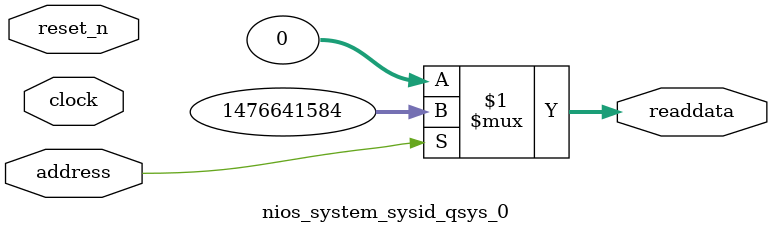
<source format=v>

`timescale 1ns / 1ps
// synthesis translate_on

// turn off superfluous verilog processor warnings 
// altera message_level Level1 
// altera message_off 10034 10035 10036 10037 10230 10240 10030 

module nios_system_sysid_qsys_0 (
               // inputs:
                address,
                clock,
                reset_n,

               // outputs:
                readdata
             )
;

  output  [ 31: 0] readdata;
  input            address;
  input            clock;
  input            reset_n;

  wire    [ 31: 0] readdata;
  //control_slave, which is an e_avalon_slave
  assign readdata = address ? 1476641584 : 0;

endmodule




</source>
